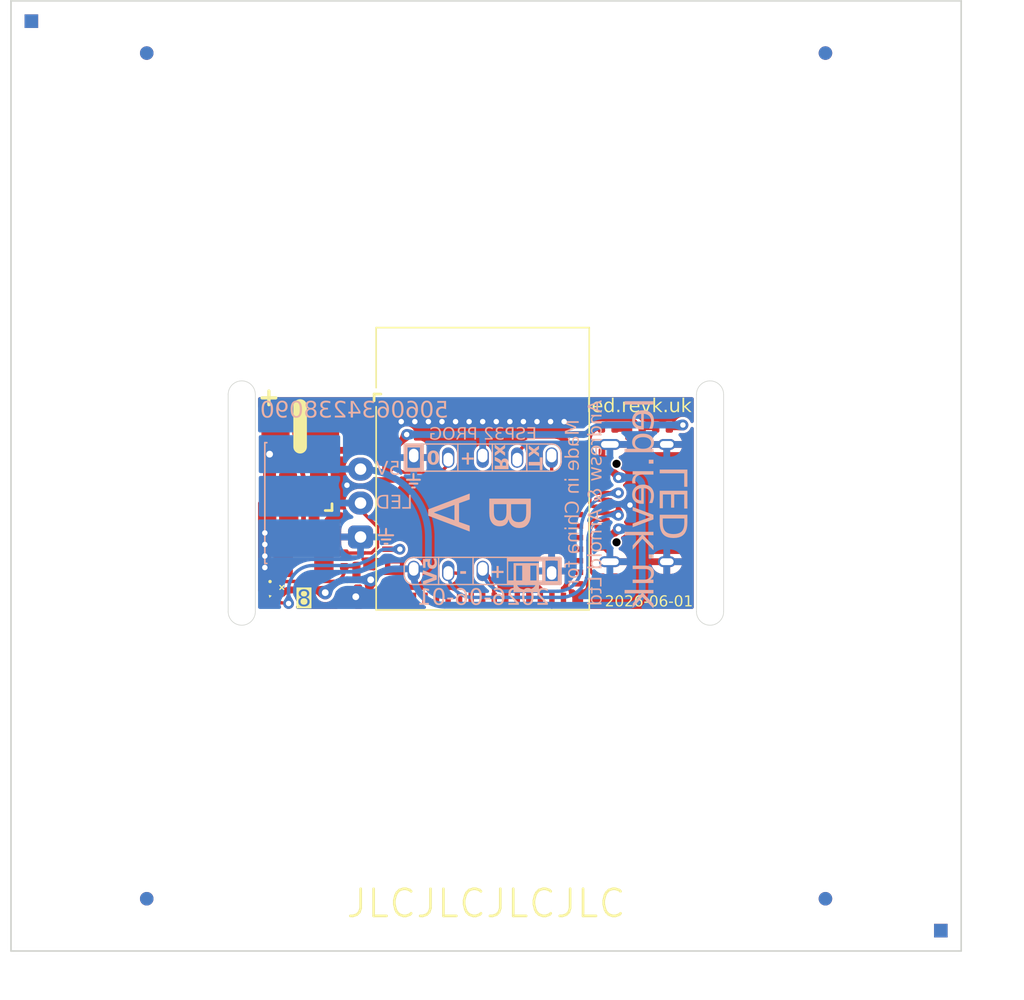
<source format=kicad_pcb>
(kicad_pcb (version 20240108) (generator "pcbnew") (generator_version "8.0")
  (title_block (title "PCB-LED") (rev "1") (company "Adrian Kennard, Andrews & Arnold Ltd"))
  (layers (0 "F.Cu" signal) (31 "B.Cu" signal) (34 "B.Paste" user) (35 "F.Paste" user) (36 "B.SilkS" user "B.Silkscreen") (37 "F.SilkS" user "F.Silkscreen") (38 "B.Mask" user) (39 "F.Mask" user) (44 "Edge.Cuts" user))
  (net 0 "")
  (net 1 "GND")
  (net 2 "+3V3")
  (net 3 "Net-(D1-O)")
  (net 4 "Net-(J1-Pin_2)")
  (net 5 "Net-(J5-CC1)")
  (net 7 "D+")
  (net 8 "D-")
  (net 10 "Net-(J5-CC2)")
  (net 12 "Net-(U6-EN)")
  (net 13 "Net-(J3-0)")
  (net 14 "Net-(J3-Rx)")
  (net 15 "Net-(J3-Tx)")
  (net 23 "LED")
  (net 30 "DC")
  (footprint "RevK:L_4x4_" (layer "F.Cu") (at 86.55 105.6)
    (property "Reference" "L2" (hide yes))
    (property "Value" "10uH")
  )
  (footprint "RevK:SOT-23" (layer "F.Cu") (at 90.45 108 90)
    (property "Reference" "D3" (hide yes))
    (property "Value" "BAV99")
    (pad "1" smd roundrect (at -0.9375 -0.95 90) (size 1.475 0.6) (layers "F.Cu" "F.Paste" "F.Mask") (net 1 "GND"))
    (pad "2" smd roundrect (at -0.9375 0.95 90) (size 1.475 0.6) (layers "F.Cu" "F.Paste" "F.Mask") (net 30 "DC"))
    (pad "3" smd roundrect (at 0.9375 0 90) (size 1.475 0.6) (layers "F.Cu" "F.Paste" "F.Mask") (net 3 "Net-(D1-O)"))
  )
  (footprint "RevK:R_0402_" (layer "F.Cu") (at 84.75 99.1)
    (property "Reference" "R15" (hide yes))
    (property "Value" "1M" (hide yes))
  )
  (footprint "RevK:C_0603_" (layer "F.Cu") (at 86.55 103)
    (property "Reference" "C12" (hide yes))
    (property "Value" "100nF")
  )
  (footprint "RevK:VCUT70N" (layer "F.Cu") (at 99.25 94)
    (property "Reference" "V1" (hide yes))
    (property "Value" "~")
    (zone (net 0) (net_name "") (layers "F.Cu" "Cmts.User") (connect_pads (clearance 0)) (min_thickness 0.25)
      (keepout (tracks not_allowed) (vias allowed) (pads allowed) (copperpour not_allowed) (footprints allowed))
      (fill (thermal_gap 0.5) (thermal_bridge_width 0.5))
      (polygon (pts (xy 134.25 94.2) (xy 134.25 93.8) (xy 64.25 93.8) (xy 64.25 94.2)))
    )
    (zone (net 0) (net_name "") (layers "B.Cu" "Cmts.User") (connect_pads (clearance 0)) (min_thickness 0.25)
      (keepout (tracks not_allowed) (vias allowed) (pads allowed) (copperpour not_allowed) (footprints allowed))
      (fill (thermal_gap 0.5) (thermal_bridge_width 0.5))
      (polygon (pts (xy 134.25 94.2) (xy 134.25 93.8) (xy 64.25 93.8) (xy 64.25 94.2)))
    )
  )
  (footprint "RevK:R_0402" (layer "F.Cu") (at 113 96.5 180)
    (property "Reference" "R2" (hide yes))
    (property "Value" "10K" (hide yes))
    (pad "1" smd roundrect (at -0.5 0 180) (size 0.54 0.64) (layers "F.Cu" "F.Paste" "F.Mask") (net 2 "+3V3"))
    (pad "2" smd roundrect (at 0.5 0 180) (size 0.54 0.64) (layers "F.Cu" "F.Paste" "F.Mask") (net 12 "Net-(U6-EN)"))
  )
  (footprint "RevK:CP_EIA-7343-31_Kemet-D" (layer "F.Cu") (at 87.6 96.35)
    (property "Reference" "C1" (hide yes))
    (property "Value" "C_Polarized")
    (pad "1" smd roundrect (at -3.1125 0) (size 2.075 2.55) (layers "F.Cu" "F.Paste" "F.Mask") (roundrect_rratio 0.120482) (net 2 "+3V3"))
    (pad "2" smd roundrect (at 3.1125 0) (size 2.075 2.55) (layers "F.Cu" "F.Paste" "F.Mask") (roundrect_rratio 0.120482) (net 1 "GND"))
  )
  (footprint "RevK:R_0402_" (layer "F.Cu") (at 88.350001 99.1)
    (property "Reference" "R14" (hide yes))
    (property "Value" "39k2" (hide yes))
  )
  (footprint "RevK:USB-C-Socket-H" (layer "F.Cu") (at 111 102 90)
    (property "Reference" "J5" (hide yes))
    (property "Value" "USB-C-Socket-H")
    (pad "" np_thru_hole circle (at -2.89 -1.39 90) (size 0.7 0.7) (drill 0.6) (layers "F.Mask"))
    (pad "" np_thru_hole circle (at 2.89 -1.39 90) (size 0.7 0.7) (drill 0.6) (layers "F.Mask"))
    (pad "A1" smd rect (at -3.2 -2.46 90) (size 0.6 1.14) (layers "F.Cu" "F.Paste" "F.Mask") (net 1 "GND"))
    (pad "A4" smd rect (at -2.4 -2.46 90) (size 0.6 1.14) (layers "F.Cu" "F.Paste" "F.Mask") (net 30 "DC"))
    (pad "A5" smd roundrect (at -1.25 -2.46 90) (size 0.3 1.14) (layers "F.Cu" "F.Paste" "F.Mask") (net 5 "Net-(J5-CC1)"))
    (pad "A6" smd roundrect (at -0.25 -2.46 90) (size 0.3 1.14) (layers "F.Cu" "F.Paste" "F.Mask") (net 7 "D+"))
    (pad "A7" smd roundrect (at 0.25 -2.46 90) (size 0.3 1.14) (layers "F.Cu" "F.Paste" "F.Mask") (net 8 "D-"))
    (pad "A8" smd roundrect (at 1.25 -2.46 90) (size 0.3 1.14) (layers "F.Cu" "F.Paste" "F.Mask"))
    (pad "A9" smd rect (at 2.4 -2.46 90) (size 0.6 1.14) (layers "F.Cu") (net 30 "DC"))
    (pad "A12" smd rect (at 3.2 -2.46 90) (size 0.6 1.14) (layers "F.Cu") (net 1 "GND"))
    (pad "B1" smd rect (at 3.2 -2.46 90) (size 0.6 1.14) (layers "F.Cu" "F.Paste" "F.Mask") (net 1 "GND"))
    (pad "B4" smd rect (at 2.4 -2.46 90) (size 0.6 1.14) (layers "F.Cu" "F.Paste" "F.Mask") (net 30 "DC"))
    (pad "B5" smd roundrect (at 1.75 -2.46 90) (size 0.3 1.14) (layers "F.Cu" "F.Paste" "F.Mask") (net 10 "Net-(J5-CC2)"))
    (pad "B6" smd roundrect (at 0.75 -2.46 90) (size 0.3 1.14) (layers "F.Cu" "F.Paste" "F.Mask") (net 7 "D+"))
    (pad "B7" smd roundrect (at -0.75 -2.46 90) (size 0.3 1.14) (layers "F.Cu" "F.Paste" "F.Mask") (net 8 "D-"))
    (pad "B8" smd roundrect (at -1.75 -2.46 90) (size 0.3 1.14) (layers "F.Cu" "F.Paste" "F.Mask"))
    (pad "B9" smd rect (at -2.4 -2.46 90) (size 0.6 1.14) (layers "F.Cu") (net 30 "DC"))
    (pad "B12" smd rect (at -3.2 -2.46 90) (size 0.6 1.14) (layers "F.Cu") (net 1 "GND"))
    (pad "S1" thru_hole oval (at -4.32 -1.88 90) (size 0.8 1.6) (drill oval 0.5 1.3) (layers "*.Cu" "F.Mask") (net 1 "GND"))
    (pad "S1" thru_hole oval (at -4.32 2.31 90) (size 0.8 1.3) (drill oval 0.5 1) (layers "*.Cu" "F.Mask") (net 1 "GND"))
    (pad "S1" smd rect (at 0 1.75 90) (size 7.5 4.8) (layers "F.Cu" "F.Mask") (net 1 "GND"))
    (pad "S1" thru_hole oval (at 4.32 -1.88 90) (size 0.8 1.6) (drill oval 0.5 1.3) (layers "*.Cu" "F.Mask") (net 1 "GND"))
    (pad "S1" thru_hole oval (at 4.32 2.31 90) (size 0.8 1.3) (drill oval 0.5 1) (layers "*.Cu" "F.Mask") (net 1 "GND"))
  )
  (footprint "RevK:R_0402_" (layer "F.Cu") (at 86.55 99.1)
    (property "Reference" "R4" (hide yes))
    (property "Value" "124k" (hide yes))
  )
  (footprint "RevK:SMD1010" (layer "F.Cu") (at 84.35 108.65 -45)
    (property "Reference" "D1" (hide yes))
    (property "Value" "XL-1010RGBC-WS2812B" (hide yes))
    (pad "1" smd roundrect (at -0.532 -0.532) (size 0.64 0.3) (layers "F.Cu" "F.Paste" "F.Mask") (roundrect_rratio 0) (chamfer_ratio 0.5) (chamfer top_left top_right) (net 3 "Net-(D1-O)"))
    (pad "1" smd roundrect (at -0.425 -0.425 315) (size 0.45 0.45) (layers "F.Cu" "F.Paste" "F.Mask") (roundrect_rratio 0) (chamfer_ratio 0.06) (chamfer top_left) (net 3 "Net-(D1-O)"))
    (pad "2" smd rect (at 0.425 -0.425 315) (size 0.48 0.48) (layers "F.Cu" "F.Paste" "F.Mask") (net 30 "DC"))
    (pad "3" smd rect (at -0.425 0.425 315) (size 0.48 0.48) (layers "F.Cu" "F.Paste" "F.Mask") (net 1 "GND"))
    (pad "4" smd roundrect (at 0.425 0.425 135) (size 0.45 0.45) (layers "F.Cu" "F.Paste" "F.Mask") (roundrect_rratio 0) (chamfer_ratio 0.06) (chamfer top_left) (net 23 "LED"))
    (pad "4" smd roundrect (at 0.532 0.532 180) (size 0.64 0.3) (layers "F.Cu" "F.Paste" "F.Mask") (roundrect_rratio 0) (chamfer_ratio 0.5) (chamfer top_left top_right) (net 23 "LED"))
  )
  (footprint "RevK:C_0402" (layer "F.Cu") (at 111 96.5 180)
    (property "Reference" "C9" (hide yes))
    (property "Value" "1uF" (hide yes))
    (pad "1" smd roundrect (at -0.5 0 180) (size 0.54 0.64) (layers "F.Cu" "F.Paste" "F.Mask") (roundrect_rratio 0.28) (net 12 "Net-(U6-EN)"))
    (pad "2" smd roundrect (at 0.5 0 180) (size 0.54 0.64) (layers "F.Cu" "F.Paste" "F.Mask") (roundrect_rratio 0.28) (net 1 "GND"))
  )
  (footprint "RevK:VCUT70N" (layer "F.Cu") (at 99.25 110 180)
    (property "Reference" "V2" (hide yes))
    (property "Value" "~")
    (zone (net 0) (net_name "") (layers "F.Cu" "Cmts.User") (connect_pads (clearance 0)) (min_thickness 0.25)
      (keepout (tracks not_allowed) (vias allowed) (pads allowed) (copperpour not_allowed) (footprints allowed))
      (fill (thermal_gap 0.5) (thermal_bridge_width 0.5))
      (polygon (pts (xy 64.25 109.8) (xy 64.25 110.2) (xy 134.25 110.2) (xy 134.25 109.8)))
    )
    (zone (net 0) (net_name "") (layers "B.Cu" "Cmts.User") (connect_pads (clearance 0)) (min_thickness 0.25)
      (keepout (tracks not_allowed) (vias allowed) (pads allowed) (copperpour not_allowed) (footprints allowed))
      (fill (thermal_gap 0.5) (thermal_bridge_width 0.5))
      (polygon (pts (xy 64.25 109.8) (xy 64.25 110.2) (xy 134.25 110.2) (xy 134.25 109.8)))
    )
  )
  (footprint "RevK:PCB7070" (layer "F.Cu") (at 100 100)
    (property "Reference" "PCB1" (hide yes))
    (property "Value" "70x70")
    (fp_rect (start -34 -34) (end -33 -33) (fill solid) (layer "F.Cu"))
    (fp_rect (start 33 33) (end 34 34) (fill solid) (layer "F.Cu"))
    (fp_rect (start -34 -34) (end -33 -33) (fill solid) (layer "B.Cu"))
    (fp_rect (start 33 33) (end 34 34) (fill solid) (layer "B.Cu"))
    (fp_line (start -35 -35) (end 35 -35) (stroke (width 0.12)) (layer "Edge.Cuts"))
    (fp_line (start -35 35) (end -35 -35) (stroke (width 0.12)) (layer "Edge.Cuts"))
    (fp_line (start 35 -35) (end 35 35) (stroke (width 0.12)) (layer "Edge.Cuts"))
    (fp_line (start 35 35) (end -35 35) (stroke (width 0.12)) (layer "Edge.Cuts"))
    (fp_text user "JLCJLCJLCJLC" (at 0 31.5 0) (layer "F.SilkS") (effects (font (size 2 2) (thickness 0.2))))
    (pad "" np_thru_hole circle (at -33 33) (size 1.1 1.1) (drill 1.1) (layers "F&B.Cu" "*.Mask") (clearance 0.1))
    (pad "" np_thru_hole circle (at -30 -30) (size 2 2) (drill 2) (layers "F&B.Cu" "*.Mask") (clearance 0.1))
    (pad "" np_thru_hole circle (at -30 30) (size 2 2) (drill 2) (layers "F&B.Cu" "*.Mask") (clearance 0.1))
    (pad "" smd circle (at -25 -31.15) (size 1 1) (property pad_prop_fiducial_loc) (layers "F.Cu" "F.Mask") (clearance 0.5))
    (pad "" smd circle (at -25 -31.15) (size 1 1) (property pad_prop_fiducial_loc) (layers "B.Cu" "B.Mask") (clearance 0.5))
    (pad "" smd circle (at -25 31.15) (size 1 1) (property pad_prop_fiducial_loc) (layers "F.Cu" "F.Mask") (clearance 0.5))
    (pad "" smd circle (at -25 31.15) (size 1 1) (property pad_prop_fiducial_loc) (layers "B.Cu" "B.Mask") (clearance 0.5))
    (pad "" smd circle (at 25 -31.15) (size 1 1) (property pad_prop_fiducial_loc) (layers "F.Cu" "F.Mask") (clearance 0.5))
    (pad "" smd circle (at 25 -31.15) (size 1 1) (property pad_prop_fiducial_loc) (layers "B.Cu" "B.Mask") (clearance 0.5))
    (pad "" smd circle (at 25 31.15) (size 1 1) (property pad_prop_fiducial_loc) (layers "F.Cu" "F.Mask") (clearance 0.5))
    (pad "" smd circle (at 25 31.15) (size 1 1) (property pad_prop_fiducial_loc) (layers "B.Cu" "B.Mask") (clearance 0.5))
    (pad "" np_thru_hole circle (at 30 -30) (size 2 2) (drill 2) (layers "F&B.Cu" "*.Mask") (clearance 0.1))
    (pad "" np_thru_hole circle (at 30 30) (size 2 2) (drill 2) (layers "F&B.Cu" "*.Mask") (clearance 0.1))
    (pad "" np_thru_hole circle (at 33 -33) (size 1.1 1.1) (drill 1.1) (layers "F&B.Cu" "*.Mask") (clearance 0.1))
  )
  (footprint "RevK:SOT-23-6-MD8942" (layer "F.Cu") (at 86.55 101)
    (property "Reference" "U7" (hide yes))
    (property "Value" "MD8942")
    (pad "1" smd rect (at 0.7625 1.5) (size 0.525 0.8) (layers "F.Cu"))
    (pad "1" smd roundrect (at 0.775 2) (size 0.8 0.95) (layers "F.Cu" "F.Paste" "F.Mask"))
    (pad "1" smd roundrect (at 1.1375 0.95) (size 1.325 0.6) (layers "F.Cu" "F.Paste" "F.Mask"))
    (pad "2" smd roundrect (at 1.1375 0) (size 1.325 0.6) (layers "F.Cu" "F.Paste" "F.Mask") (net 1 "GND"))
    (pad "2" smd rect (at 1.8 0) (size 0.8 0.6) (layers "F.Cu") (net 1 "GND"))
    (pad "2" smd roundrect (at 2.300001 -1.9) (size 0.54 0.64) (layers "F.Cu" "F.Paste" "F.Mask") (net 1 "GND"))
    (pad "2" smd roundrect (at 2.5 -0.72) (size 0.95 3) (layers "F.Cu") (net 1 "GND"))
    (pad "2" smd roundrect (at 2.5 0.525) (size 0.95 0.8) (layers "F.Cu" "F.Paste" "F.Mask") (net 1 "GND"))
    (pad "3" smd roundrect (at 0.5 -1.9) (size 0.54 0.64) (layers "F.Cu" "F.Paste" "F.Mask"))
    (pad "3" smd rect (at 0.625 -1.355) (size 0.29 0.89) (layers "F.Cu"))
    (pad "3" smd roundrect (at 1.1375 -0.95) (size 1.325 0.6) (layers "F.Cu" "F.Paste" "F.Mask"))
    (pad "3" smd rect (at 1.3 -1.45) (size 0.54 1) (layers "F.Cu"))
    (pad "3" smd roundrect (at 1.300001 -1.9) (size 0.54 0.64) (layers "F.Cu" "F.Paste" "F.Mask"))
    (pad "4" smd roundrect (at -1.3 -1.9) (size 0.54 0.64) (layers "F.Cu" "F.Paste" "F.Mask"))
    (pad "4" smd rect (at -1.3 -1.42) (size 0.54 1) (layers "F.Cu"))
    (pad "4" smd roundrect (at -1.1375 -0.95) (size 1.325 0.6) (layers "F.Cu" "F.Paste" "F.Mask"))
    (pad "5" smd roundrect (at -2.5 -0.72) (size 0.95 3) (layers "F.Cu") (net 30 "DC"))
    (pad "5" smd roundrect (at -2.5 0.525) (size 0.95 0.8) (layers "F.Cu" "F.Paste" "F.Mask") (net 30 "DC"))
    (pad "5" smd roundrect (at -2.3 -1.9) (size 0.54 0.64) (layers "F.Cu" "F.Paste" "F.Mask") (net 30 "DC"))
    (pad "5" smd rect (at -1.8 0) (size 0.8 0.6) (layers "F.Cu") (net 30 "DC"))
    (pad "5" smd roundrect (at -1.1375 0) (size 1.325 0.6) (layers "F.Cu" "F.Paste" "F.Mask") (net 30 "DC"))
    (pad "6" smd rect (at -1.5 4.6) (size 1.425 3.7) (layers "F.Cu" "F.Mask"))
    (pad "6" smd rect (at -1.3 1.975) (size 1 2) (layers "F.Cu"))
    (pad "6" smd roundrect (at -1.1375 0.95) (size 1.325 0.6) (layers "F.Cu" "F.Paste" "F.Mask"))
    (pad "6" smd roundrect (at -0.775 2) (size 0.8 0.95) (layers "F.Cu" "F.Paste" "F.Mask"))
    (pad "7" smd roundrect (at -2.69375 4.2) (size 0.5625 4.5) (layers "F.Cu") (net 1 "GND"))
    (pad "7" smd roundrect (at -2.5 2.075) (size 0.95 0.8) (layers "F.Cu" "F.Paste" "F.Mask") (net 1 "GND"))
    (pad "8" smd roundrect (at -0.5 -1.9) (size 0.54 0.64) (layers "F.Cu" "F.Paste" "F.Mask") (net 2 "+3V3"))
    (pad "8" smd custom (at 0 0.8) (size 0.35 3) (layers "F.Cu") (net 2 "+3V3") (options (clearance outline) (anchor rect)) (primitives (gr_arc (start -0.5 -2.71) (mid -0.129059 -2.154847) (end 0.001198 -1.5) (width 0.35)) (gr_arc (start 1.5 3) (mid 0.43934 2.56066) (end 0 1.5) (width 0.35))))
    (pad "8" smd rect (at 1.5 4.6) (size 1.425 3.7) (layers "F.Cu" "F.Mask") (net 2 "+3V3"))
    (pad "8" smd custom (at 1.8 3.6) (size 0.7 2) (layers "F.Cu") (net 2 "+3V3") (options (clearance outline) (anchor rect)) (primitives (gr_arc (start 0 -1) (mid 0.146447 -1.353553) (end 0.5 -1.5) (width 0.7))))
    (pad "8" smd roundrect (at 2.5 2.075) (size 0.95 0.8) (layers "F.Cu" "F.Paste" "F.Mask") (net 2 "+3V3"))
  )
  (footprint "RevK:R_0402" (layer "F.Cu") (at 89.55 106.185 -90)
    (property "Reference" "R7" (hide yes))
    (property "Value" "100R" (hide yes))
    (pad "1" smd roundrect (at -0.5 0 270) (size 0.54 0.64) (layers "F.Cu" "F.Paste" "F.Mask") (net 4 "Net-(J1-Pin_2)"))
    (pad "2" smd roundrect (at 0.5 0 270) (size 0.54 0.64) (layers "F.Cu" "F.Paste" "F.Mask") (net 3 "Net-(D1-O)"))
  )
  (footprint "RevK:R_0402" (layer "F.Cu") (at 109 107.5)
    (property "Reference" "R5" (hide yes))
    (property "Value" "5K1" (hide yes))
    (pad "1" smd roundrect (at -0.5 0) (size 0.54 0.64) (layers "F.Cu" "F.Paste" "F.Mask") (net 5 "Net-(J5-CC1)"))
    (pad "2" smd roundrect (at 0.5 0) (size 0.54 0.64) (layers "F.Cu" "F.Paste" "F.Mask") (net 1 "GND"))
  )
  (footprint "RevK:C_0603_" (layer "F.Cu") (at 84.05 102.3 90)
    (property "Reference" "C10" (hide yes))
    (property "Value" "10uF 50V")
  )
  (footprint "RevK:R_0402" (layer "F.Cu") (at 109 96.5 180)
    (property "Reference" "R6" (hide yes))
    (property "Value" "5K1" (hide yes))
    (pad "1" smd roundrect (at -0.5 0 180) (size 0.54 0.64) (layers "F.Cu" "F.Paste" "F.Mask") (net 1 "GND"))
    (pad "2" smd roundrect (at 0.5 0 180) (size 0.54 0.64) (layers "F.Cu" "F.Paste" "F.Mask") (net 10 "Net-(J5-CC2)"))
  )
  (footprint "RevK:C_0603_" (layer "F.Cu") (at 89.05 102.3 90)
    (property "Reference" "C11" (hide yes))
    (property "Value" "10uF 6.3V")
  )
  (footprint "RevK:ESP32-S3-MINI-1" (layer "F.Cu") (at 99.75 102)
    (property "Reference" "U6" (hide yes))
    (property "Value" "ESP32-S3-MINI-1" (hide yes))
    (pad "1" smd rect (at -7 -5.95 90) (size 0.4 0.8) (layers "F.Cu" "F.Paste" "F.Mask") (net 1 "GND"))
    (pad "2" smd rect (at -7 -5.1 90) (size 0.4 0.8) (layers "F.Cu" "F.Paste" "F.Mask") (net 1 "GND"))
    (pad "3" smd rect (at -7 -4.25 90) (size 0.4 0.8) (layers "F.Cu" "F.Paste" "F.Mask") (net 2 "+3V3"))
    (pad "4" smd rect (at -7 -3.4 90) (size 0.4 0.8) (layers "F.Cu" "F.Paste" "F.Mask") (net 13 "Net-(J3-0)"))
    (pad "5" smd rect (at -7 -2.55 90) (size 0.4 0.8) (layers "F.Cu" "F.Paste" "F.Mask") (net 1 "GND"))
    (pad "6" smd rect (at -7 -1.7 90) (size 0.4 0.8) (layers "F.Cu" "F.Paste" "F.Mask") (net 1 "GND"))
    (pad "7" smd rect (at -7 -0.85 90) (size 0.4 0.8) (layers "F.Cu" "F.Paste" "F.Mask"))
    (pad "8" smd rect (at -7 0 90) (size 0.4 0.8) (layers "F.Cu" "F.Paste" "F.Mask") (net 1 "GND"))
    (pad "9" smd rect (at -7 0.85 90) (size 0.4 0.8) (layers "F.Cu" "F.Paste" "F.Mask") (net 1 "GND"))
    (pad "10" smd rect (at -7 1.7 90) (size 0.4 0.8) (layers "F.Cu" "F.Paste" "F.Mask") (net 1 "GND"))
    (pad "11" smd rect (at -7 2.55 90) (size 0.4 0.8) (layers "F.Cu" "F.Paste" "F.Mask") (net 1 "GND"))
    (pad "12" smd rect (at -7 3.4 90) (size 0.4 0.8) (layers "F.Cu" "F.Paste" "F.Mask") (net 23 "LED"))
    (pad "13" smd rect (at -7 4.25 90) (size 0.4 0.8) (layers "F.Cu" "F.Paste" "F.Mask") (net 1 "GND"))
    (pad "14" smd rect (at -7 5.1 90) (size 0.4 0.8) (layers "F.Cu" "F.Paste" "F.Mask") (net 1 "GND"))
    (pad "15" smd rect (at -7 5.95 90) (size 0.4 0.8) (layers "F.Cu" "F.Paste" "F.Mask"))
    (pad "16" smd rect (at -5.95 7) (size 0.4 0.8) (layers "F.Cu" "F.Paste" "F.Mask"))
    (pad "17" smd rect (at -5.1 7) (size 0.4 0.8) (layers "F.Cu" "F.Paste" "F.Mask"))
    (pad "18" smd rect (at -4.25 7) (size 0.4 0.8) (layers "F.Cu" "F.Paste" "F.Mask"))
    (pad "19" smd rect (at -3.4 7) (size 0.4 0.8) (layers "F.Cu" "F.Paste" "F.Mask"))
    (pad "20" smd rect (at -2.55 7) (size 0.4 0.8) (layers "F.Cu" "F.Paste" "F.Mask"))
    (pad "21" smd rect (at -1.7 7) (size 0.4 0.8) (layers "F.Cu" "F.Paste" "F.Mask"))
    (pad "22" smd rect (at -0.85 7) (size 0.4 0.8) (layers "F.Cu" "F.Paste" "F.Mask"))
    (pad "23" smd rect (at 0 7) (size 0.4 0.8) (layers "F.Cu" "F.Paste" "F.Mask") (net 8 "D-"))
    (pad "24" smd rect (at 0.85 7) (size 0.4 0.8) (layers "F.Cu" "F.Paste" "F.Mask") (net 7 "D+"))
    (pad "25" smd rect (at 1.7 7) (size 0.4 0.8) (layers "F.Cu" "F.Paste" "F.Mask"))
    (pad "26" smd rect (at 2.55 7) (size 0.4 0.8) (layers "F.Cu" "F.Paste" "F.Mask"))
    (pad "27" smd rect (at 3.4 7) (size 0.4 0.8) (layers "F.Cu" "F.Paste" "F.Mask"))
    (pad "28" smd rect (at 4.25 7) (size 0.4 0.8) (layers "F.Cu" "F.Paste" "F.Mask"))
    (pad "29" smd rect (at 5.1 7) (size 0.4 0.8) (layers "F.Cu" "F.Paste" "F.Mask"))
    (pad "30" smd rect (at 5.95 7) (size 0.4 0.8) (layers "F.Cu" "F.Paste" "F.Mask"))
    (pad "31" smd rect (at 7 5.95 90) (size 0.4 0.8) (layers "F.Cu" "F.Paste" "F.Mask"))
    (pad "32" smd rect (at 7 5.1 90) (size 0.4 0.8) (layers "F.Cu" "F.Paste" "F.Mask"))
    (pad "33" smd rect (at 7 4.25 90) (size 0.4 0.8) (layers "F.Cu" "F.Paste" "F.Mask"))
    (pad "34" smd rect (at 7 3.4 90) (size 0.4 0.8) (layers "F.Cu" "F.Paste" "F.Mask"))
    (pad "35" smd rect (at 7 2.55 90) (size 0.4 0.8) (layers "F.Cu" "F.Paste" "F.Mask"))
    (pad "36" smd rect (at 7 1.7 90) (size 0.4 0.8) (layers "F.Cu" "F.Paste" "F.Mask"))
    (pad "37" smd rect (at 7 0.85 90) (size 0.4 0.8) (layers "F.Cu" "F.Paste" "F.Mask"))
    (pad "38" smd rect (at 7 0 90) (size 0.4 0.8) (layers "F.Cu" "F.Paste" "F.Mask"))
    (pad "39" smd rect (at 7 -0.85 90) (size 0.4 0.8) (layers "F.Cu" "F.Paste" "F.Mask") (net 15 "Net-(J3-Tx)"))
    (pad "40" smd rect (at 7 -1.7 90) (size 0.4 0.8) (layers "F.Cu" "F.Paste" "F.Mask") (net 14 "Net-(J3-Rx)"))
    (pad "41" smd rect (at 7 -2.55 90) (size 0.4 0.8) (layers "F.Cu" "F.Paste" "F.Mask"))
    (pad "42" smd rect (at 7 -3.4 90) (size 0.4 0.8) (layers "F.Cu" "F.Paste" "F.Mask") (net 1 "GND"))
    (pad "43" smd rect (at 7 -4.25 90) (size 0.4 0.8) (layers "F.Cu" "F.Paste" "F.Mask") (net 1 "GND"))
    (pad "44" smd rect (at 7 -5.1 90) (size 0.4 0.8) (layers "F.Cu" "F.Paste" "F.Mask"))
    (pad "45" smd rect (at 7 -5.95 90) (size 0.4 0.8) (layers "F.Cu" "F.Paste" "F.Mask") (net 12 "Net-(U6-EN)"))
    (pad "46" smd rect (at 5.95 -7) (size 0.4 0.8) (layers "F.Cu" "F.Paste" "F.Mask") (net 1 "GND"))
    (pad "47" smd rect (at 5.1 -7) (size 0.4 0.8) (layers "F.Cu" "F.Paste" "F.Mask") (net 1 "GND"))
    (pad "48" smd rect (at 4.25 -7) (size 0.4 0.8) (layers "F.Cu" "F.Paste" "F.Mask") (net 1 "GND"))
    (pad "49" smd rect (at 3.4 -7) (size 0.4 0.8) (layers "F.Cu" "F.Paste" "F.Mask") (net 1 "GND"))
    (pad "50" smd rect (at 2.55 -7) (size 0.4 0.8) (layers "F.Cu" "F.Paste" "F.Mask") (net 1 "GND"))
    (pad "51" smd rect (at 1.7 -7) (size 0.4 0.8) (layers "F.Cu" "F.Paste" "F.Mask") (net 1 "GND"))
    (pad "52" smd rect (at 0.85 -7) (size 0.4 0.8) (layers "F.Cu" "F.Paste" "F.Mask") (net 1 "GND"))
    (pad "53" smd rect (at 0 -7) (size 0.4 0.8) (layers "F.Cu" "F.Paste" "F.Mask") (net 1 "GND"))
    (pad "54" smd rect (at -0.85 -7) (size 0.4 0.8) (layers "F.Cu" "F.Paste" "F.Mask") (net 1 "GND"))
    (pad "55" smd rect (at -1.7 -7) (size 0.4 0.8) (layers "F.Cu" "F.Paste" "F.Mask") (net 1 "GND"))
    (pad "56" smd rect (at -2.55 -7) (size 0.4 0.8) (layers "F.Cu" "F.Paste" "F.Mask") (net 1 "GND"))
    (pad "57" smd rect (at -3.4 -7) (size 0.4 0.8) (layers "F.Cu" "F.Paste" "F.Mask") (net 1 "GND"))
    (pad "58" smd rect (at -4.25 -7) (size 0.4 0.8) (layers "F.Cu" "F.Paste" "F.Mask") (net 1 "GND"))
    (pad "59" smd rect (at -5.1 -7) (size 0.4 0.8) (layers "F.Cu" "F.Paste" "F.Mask") (net 1 "GND"))
    (pad "60" smd rect (at -5.95 -7) (size 0.4 0.8) (layers "F.Cu" "F.Paste" "F.Mask") (net 1 "GND"))
    (pad "61" smd roundrect (at -1.65 -1.65) (size 1.2 1.2) (layers "F.Cu" "F.Paste" "F.Mask") (roundrect_rratio 0) (chamfer_ratio 0.5) (chamfer top_left) (net 1 "GND"))
    (pad "61" smd rect (at -1.65 0 90) (size 1.2 1.2) (layers "F.Cu" "F.Paste" "F.Mask") (net 1 "GND"))
    (pad "61" smd rect (at -1.65 1.65 90) (size 1.2 1.2) (layers "F.Cu" "F.Paste" "F.Mask") (net 1 "GND"))
    (pad "61" smd rect (at 0 -1.65) (size 1.2 1.2) (layers "F.Cu" "F.Paste" "F.Mask") (net 1 "GND"))
    (pad "61" smd rect (at 0 0) (size 1.2 1.2) (layers "F.Cu" "F.Paste" "F.Mask") (net 1 "GND"))
    (pad "61" smd rect (at 0 1.65) (size 1.2 1.2) (layers "F.Cu" "F.Paste" "F.Mask") (net 1 "GND"))
    (pad "61" smd rect (at 1.65 -1.65) (size 1.2 1.2) (layers "F.Cu" "F.Paste" "F.Mask") (net 1 "GND"))
    (pad "61" smd rect (at 1.65 0) (size 1.2 1.2) (layers "F.Cu" "F.Paste" "F.Mask") (net 1 "GND"))
    (pad "61" smd rect (at 1.65 1.65) (size 1.2 1.2) (layers "F.Cu" "F.Paste" "F.Mask") (net 1 "GND"))
    (pad "62" smd rect (at -7 -7) (size 0.8 0.8) (layers "F.Cu" "F.Paste" "F.Mask") (net 1 "GND"))
    (pad "63" smd rect (at -7 7) (size 0.8 0.8) (layers "F.Cu" "F.Paste" "F.Mask") (net 1 "GND"))
    (pad "64" smd rect (at 7 7) (size 0.8 0.8) (layers "F.Cu" "F.Paste" "F.Mask") (net 1 "GND"))
    (pad "65" smd rect (at 7 -7) (size 0.8 0.8) (layers "F.Cu" "F.Paste" "F.Mask") (net 1 "GND"))
    (zone (net 0) (net_name "") (layers "F.Cu" "In1.Cu" "In2.Cu" "In3.Cu" "In4.Cu" "In5.Cu" "In6.Cu" "In7.Cu" "In8.Cu" "In9.Cu" "In10.Cu" "In11.Cu" "In12.Cu" "In13.Cu" "In14.Cu" "In15.Cu" "In16.Cu" "In17.Cu" "In18.Cu" "In19.Cu" "In20.Cu" "In21.Cu" "In22.Cu" "In23.Cu" "In24.Cu" "In25.Cu" "In26.Cu" "In27.Cu" "In28.Cu" "In29.Cu" "In30.Cu") (connect_pads (clearance 0)) (min_thickness 0.01)
      (keepout (tracks not_allowed) (vias not_allowed) (pads not_allowed) (copperpour not_allowed) (footprints not_allowed))
      (fill (thermal_gap 0.508) (thermal_bridge_width 0.508))
      (polygon (pts (xy 92.05 89.225) (xy 107.45 89.225) (xy 107.45 94.275) (xy 92.05 94.275)))
    )
    (zone (net 0) (net_name "") (layer "B.Cu") (connect_pads (clearance 0)) (min_thickness 0.01)
      (keepout (tracks not_allowed) (vias not_allowed) (pads not_allowed) (copperpour not_allowed) (footprints not_allowed))
      (fill (thermal_gap 0.508) (thermal_bridge_width 0.508))
      (polygon (pts (xy 92.05 89.15) (xy 107.45 89.15) (xy 107.45 93.8) (xy 92.05 93.8)))
    )
  )
  (footprint "RevK:USB-PROG" (layer "B.Cu") (at 99.75 107)
    (property "Reference" "J4" (hide yes))
    (property "Value" "USB-PROG" (hide yes))
    (fp_text user "+" (at 1.1 0.1 0) (layer "B.SilkS") (effects (font (thickness 0.1) (bold yes)) (justify mirror)))
    (fp_text user "-" (at -1.44 0.1 0) (layer "B.SilkS") (effects (font (thickness 0.1) (bold yes)) (justify mirror)))
    (fp_text user "5V" (at -3.8 0 90) (layer "B.SilkS") (effects (font (thickness 0.1) (bold yes)) (justify mirror)))
    (fp_text user "U" (at 3.21 0.64 0) (layer "B.SilkS" knockout) (effects (font (size 1.7 1.7) (thickness 0.25) (bold yes)) (justify mirror)))
    (pad "1" thru_hole oval (at -5.08 -0.15 270) (size 1.5 0.9) (drill oval 1 0.7 (offset 0.15 0)) (layers "*.Cu" "*.Mask") (net 30 "DC"))
    (pad "2" thru_hole oval (at -2.54 0.15 270) (size 1.5 0.9) (drill oval 1 0.7 (offset -0.15 0)) (layers "*.Cu" "*.Mask") (net 8 "D-"))
    (pad "3" thru_hole oval (at 0 -0.15 270) (size 1.5 0.9) (drill oval 1 0.7 (offset 0.15 0)) (layers "*.Cu" "*.Mask") (net 7 "D+"))
    (pad "4" thru_hole rect (at 5.08 0.15 90) (size 1.5 0.9) (drill oval 1 0.7 (offset 0.15 0)) (layers "*.Cu" "*.Mask") (net 1 "GND"))
  )
  (footprint "RevK:PTSM-HH-3-RA" (layer "B.Cu") (at 90.75 102 90)
    (property "Reference" "J1" (hide yes))
    (property "Value" "Conn_01x03")
    (pad "1" thru_hole roundrect (at -2.5 0 90) (size 1.7 1.85) (drill 0.85) (layers "*.Cu" "*.Mask") (net 1 "GND"))
    (pad "2" thru_hole oval (at 0 0 90) (size 1.7 1.85) (drill 0.85) (layers "*.Cu" "*.Mask") (net 4 "Net-(J1-Pin_2)"))
    (pad "3" thru_hole oval (at 2.5 0 90) (size 1.7 1.85) (drill 0.85) (layers "*.Cu" "*.Mask") (net 30 "DC"))
  )
  (footprint "RevK:Shelly" (layer "B.Cu") (at 99.75 98.65 180)
    (property "Reference" "J3" (hide yes))
    (property "Value" "Shelly" (hide yes))
    (fp_text user "Rx" (at -1.3 0 -90) (layer "B.SilkS") (effects (font (thickness 0.1) (bold yes)) (justify mirror)))
    (fp_text user "+" (at 1.0975 -0.1 0) (layer "B.SilkS") (effects (font (thickness 0.1) (bold yes)) (justify mirror)))
    (fp_text user "Tx" (at -3.8 0 -90) (layer "B.SilkS") (effects (font (thickness 0.1) (bold yes)) (justify mirror)))
    (fp_text user "ESP32 PROG" (at -0.01 1.7 0) (layer "B.SilkS") (effects (font (size 0.9 0.9) (thickness 0.1)) (justify mirror)))
    (fp_text user "⏚" (at 5.1 -1.75 0) (layer "B.SilkS") (effects (justify mirror)))
    (fp_text user "0" (at 3.6375 -0.1 0) (layer "B.SilkS") (effects (font (thickness 0.1) (bold yes)) (justify mirror)))
    (pad "1" thru_hole rect (at 5.08 0.15 270) (size 1.5 0.9) (drill oval 1 0.7 (offset 0.15 0)) (layers "*.Cu" "*.Mask") (net 1 "GND"))
    (pad "2" thru_hole oval (at 2.54 -0.15 270) (size 1.5 0.9) (drill oval 1 0.7 (offset -0.15 0)) (layers "*.Cu" "*.Mask") (net 13 "Net-(J3-0)"))
    (pad "3" thru_hole oval (at 0 0.15 270) (size 1.5 0.9) (drill oval 1 0.7 (offset 0.15 0)) (layers "*.Cu" "*.Mask") (net 2 "+3V3"))
    (pad "4" thru_hole oval (at -2.54 -0.15 270) (size 1.5 0.9) (drill oval 1 0.7 (offset -0.15 0)) (layers "*.Cu" "*.Mask") (net 14 "Net-(J3-Rx)"))
    (pad "5" thru_hole oval (at -5.08 0.15 270) (size 1.5 0.9) (drill oval 1 0.7 (offset 0.15 0)) (layers "*.Cu" "*.Mask") (net 15 "Net-(J3-Tx)"))
  )
  (gr_arc (start 117.5 110) (mid 116.5 111) (end 115.5 110) (stroke (width 0.05)) (layer "Edge.Cuts"))
  (gr_arc (start 83 110) (mid 82 111) (end 81 110) (stroke (width 0.05)) (layer "Edge.Cuts"))
  (gr_arc (start 81 94) (mid 82 93) (end 83 94) (stroke (width 0.05)) (layer "Edge.Cuts"))
  (gr_arc (start 115.5 94) (mid 116.5 93) (end 117.5 94) (stroke (width 0.05)) (layer "Edge.Cuts"))
  (gr_line (start 115.5 94) (end 115.5 110) (stroke (width 0.05)) (layer "Edge.Cuts"))
  (gr_line (start 117.5 110) (end 117.5 94) (stroke (width 0.05)) (layer "Edge.Cuts"))
  (gr_line (start 83 110) (end 83 94) (stroke (width 0.05)) (layer "Edge.Cuts"))
  (gr_line (start 81 94) (end 81 110) (stroke (width 0.05)) (layer "Edge.Cuts"))
  (gr_text "Made in China for\nAndresw & Arnold Ltd" (at 107.25 102 90) (layer "B.SilkS") (effects (font (size 1 1)) (justify mirror)))
  (gr_text "A" (at 97.55 102.7 90) (layer "B.SilkS") (effects (font (size 3 3)) (justify mirror)))
  (gr_text "B" (at 102.05 102.7 90) (layer "B.SilkS") (effects (font (size 3 3)) (justify mirror)))
  (gr_text "⏚" (at 91.85 104.5 0) (layer "B.SilkS") (effects (font (size 1.1 1.1)) (justify right mirror)))
  (gr_text "${CURRENT_DATE}" (at 99.8 109.7 0) (layer "B.SilkS") (effects (font (size 1.2 1.2)) (justify bottom mirror)))
  (gr_text "5060634238090" (at 83.35 94.5 0) (layer "B.SilkS") (effects (font (size 1.2 1.2)) (justify right top mirror)))
  (gr_text "led.revk.uk" (at 111.5 102 90) (layer "B.SilkS") (effects (font (size 2 2)) (justify mirror)))
  (gr_text "LED" (at 114 102 90) (layer "B.SilkS") (effects (font (size 2 2)) (justify mirror)))
  (gr_text "5V" (at 91.85 99.5 0) (layer "B.SilkS") (effects (font (size 1 1)) (justify right mirror)))
  (gr_text "LED" (at 91.85 102 0) (layer "B.SilkS") (effects (font (size 1 1)) (justify right mirror)))
  (gr_text "8" (at 86.05 109.8 0) (layer "F.SilkS" knockout) (effects (font (size 1.2 1.2)) (justify left bottom)))
  (gr_text "${CURRENT_DATE}" (at 115.25 109.75 0) (layer "F.SilkS") (effects (font (size 0.8 0.8)) (justify right bottom)))
  (gr_text "led.revk.uk" (at 115.15 94.3 0) (layer "F.SilkS") (effects (font (size 1 1)) (justify right top)))
  (segment (start 92.75 96.05) (end 91.436764 96.05) (width 0.5) (layer "F.Cu") (net 1))
  (segment (start 109.12 105.78) (end 108.54 105.2) (width 0.25) (layer "F.Cu") (net 1))
  (segment (start 89.455806 109.044194) (end 88.95 109.55) (width 0.5) (layer "F.Cu") (net 1))
  (segment (start 92.75 96.9) (end 92.040317 96.9) (width 0.5) (layer "F.Cu") (net 1))
  (segment (start 83.626777 106.823224) (end 83.7 106.75) (width 0.5) (layer "F.Cu") (net 1))
  (segment (start 83.45 108.4) (end 83.45 107.25) (width 0.5) (layer "F.Cu") (net 1))
  (segment (start 88.95 109.55) (end 87.374264 109.55) (width 0.5) (layer "F.Cu") (net 1))
  (segment (start 83.7 105.05) (end 83.85625 105.185) (width 0.5) (layer "F.Cu") (net 1))
  (segment (start 105.75 96.75) (end 105.75 96) (width 0.25) (layer "F.Cu") (net 1))
  (segment (start 109.12 106.32) (end 109.12 105.78) (width 0.25) (layer "F.Cu") (net 1))
  (segment (start 83.7 105.9) (end 83.7 105.05) (width 0.5) (layer "F.Cu") (net 1))
  (segment (start 83.7 106.75) (end 83.7 105.9) (width 0.5) (layer "F.Cu") (net 1))
  (segment (start 89.5 108.9375) (end 90.3625 108.9375) (width 0.5) (layer "F.Cu") (net 1))
  (segment (start 91.576364 95.486136) (end 90.7125 96.35) (width 0.5) (layer "F.Cu") (net 1))
  (segment (start 83.665381 108.615381) (end 83.45 108.4) (width 0.5) (layer "F.Cu") (net 1))
  (via (at 103.75 96) (size 0.8) (drill 0.4) (layers "F.Cu" "B.Cu") (net 1))
  (via (at 83.7 105.05) (size 0.8) (drill 0.4) (layers "F.Cu" "B.Cu") (net 1))
  (via (at 83.7 106.75) (size 0.8) (drill 0.4) (layers "F.Cu" "B.Cu") (net 1))
  (via (at 104.75 96) (size 0.8) (drill 0.4) (layers "F.Cu" "B.Cu") (net 1))
  (via (at 95.75 96) (size 0.8) (drill 0.4) (layers "F.Cu" "B.Cu") (net 1))
  (via (at 83.7 104.2) (size 0.8) (drill 0.4) (layers "F.Cu" "B.Cu") (net 1))
  (via (at 89.75 100.685) (size 0.8) (drill 0.4) (layers "F.Cu" "B.Cu") (net 1))
  (via (at 94.75 96) (size 0.8) (drill 0.4) (layers "F.Cu" "B.Cu") (net 1))
  (via (at 105.75 96) (size 0.8) (drill 0.4) (layers "F.Cu" "B.Cu") (net 1))
  (via (at 90.4 108.9) (size 1) (drill 0.5) (layers "F.Cu" "B.Cu") (net 1))
  (via (at 99.75 96) (size 0.8) (drill 0.4) (layers "F.Cu" "B.Cu") (net 1))
  (via (at 83.7 105.9) (size 0.8) (drill 0.4) (layers "F.Cu" "B.Cu") (net 1))
  (via (at 102.75 96) (size 0.8) (drill 0.4) (layers "F.Cu" "B.Cu") (net 1))
  (via (at 93.75 96) (size 0.8) (drill 0.4) (layers "F.Cu" "B.Cu") (net 1))
  (via (at 101.75 96) (size 0.8) (drill 0.4) (layers "F.Cu" "B.Cu") (net 1))
  (via (at 98.75 96) (size 0.8) (drill 0.4) (layers "F.Cu" "B.Cu") (net 1))
  (via (at 96.75 96) (size 0.8) (drill 0.4) (layers "F.Cu" "B.Cu") (net 1))
  (via (at 100.75 96) (size 0.8) (drill 0.4) (layers "F.Cu" "B.Cu") (net 1))
  (via (at 97.75 96) (size 0.8) (drill 0.4) (layers "F.Cu" "B.Cu") (net 1))
  (via (at 110.6 102.15) (size 0.8) (drill 0.4) (layers "F.Cu" "B.Cu") (net 1))
  (arc (start 92.75 95) (mid 92.114833 95.126343) (end 91.576364 95.486136) (width 0.5) (layer "F.Cu") (net 1))
  (arc (start 92.040317 96.9) (mid 91.321708 96.75706) (end 90.7125 96.35) (width 0.5) (layer "F.Cu") (net 1))
  (arc (start 90.3625 108.9375) (mid 90.389017 108.926517) (end 90.4 108.9) (width 0.5) (layer "F.Cu") (net 1))
  (arc (start 106.75 97.75) (mid 106.042893 97.457107) (end 105.75 96.75) (width 0.25) (layer "F.Cu") (net 1))
  (arc (start 87.374264 109.55) (mid 86.982295 109.472033) (end 86.65 109.25) (width 0.5) (layer "F.Cu") (net 1))
  (arc (start 83.748959 108.65) (mid 83.703727 108.641003) (end 83.665381 108.615381) (width 0.5) (layer "F.Cu") (net 1))
  (arc (start 83.45 107.25) (mid 83.495943 107.01903) (end 83.626777 106.823224) (width 0.5) (layer "F.Cu") (net 1))
  (segment (start 93.452482 97.75) (end 94.077534 97.124948) (width 0.5) (layer "F.Cu") (net 2))
  (segment (start 91.529746 98.116074) (end 85.908747 98.116074) (width 0.5) (layer "F.Cu") (net 2))
  (segment (start 92.75 97.75) (end 93.452482 97.75) (width 0.5) (layer "F.Cu") (net 2))
  (segment (start 92.75 97.75) (end 92.532842 97.75) (width 0.5) (layer "F.Cu") (net 2))
  (segment (start 113.5 96.5) (end 113.896447 96.5) (width 0.25) (layer "F.Cu") (net 2))
  (segment (start 91.567158 98.15) (end 91.529746 98.116074) (width 0.5) (layer "F.Cu") (net 2))
  (via (at 94.15 96.95) (size 0.8) (drill 0.4) (layers "F.Cu" "B.Cu") (net 2))
  (via (at 114.5 96.25) (size 0.8) (drill 0.4) (layers "F.Cu" "B.Cu") (net 2))
  (arc (start 113.896447 96.5) (mid 114.223087 96.435028) (end 114.5 96.25) (width 0.25) (layer "F.Cu") (net 2))
  (arc (start 86.05 99.1) (mid 85.831772 98.002893) (end 85.210311 97.07281) (width 0.5) (layer "F.Cu") (net 2))
  (arc (start 92.532842 97.75) (mid 92.27153 97.801978) (end 92.05 97.95) (width 0.5) (layer "F.Cu") (net 2))
  (arc (start 94.077534 97.124948) (mid 94.131167 97.044681) (end 94.15 96.95) (width 0.5) (layer "F.Cu") (net 2))
  (arc (start 92.05 97.95) (mid 91.82847 98.098022) (end 91.567158 98.15) (width 0.5) (layer "F.Cu") (net 2))
  (segment (start 94.15 96.95) (end 99.75 96.95) (width 0.5) (layer "B.Cu") (net 2))
  (segment (start 108.85 96.25) (end 114.5 96.25) (width 0.5) (layer "B.Cu") (net 2))
  (segment (start 99.75 98.5) (end 99.75 96.95) (width 0.5) (layer "B.Cu") (net 2))
  (segment (start 99.75 96.95) (end 107.160051 96.95) (width 0.5) (layer "B.Cu") (net 2))
  (arc (start 107.56967 96.78033) (mid 108.15709 96.387829) (end 108.85 96.25) (width 0.5) (layer "B.Cu") (net 2))
  (arc (start 107.160051 96.95) (mid 107.381735 96.905904) (end 107.56967 96.78033) (width 0.5) (layer "B.Cu") (net 2))
  (segment (start 89.55 106.685) (end 89.55 106.975) (width 0.25) (layer "F.Cu") (net 3))
  (segment (start 89.55 106.975) (end 89.547485 107.064855) (width 0.25) (layer "F.Cu") (net 3))
  (segment (start 84.987253 107.785) (end 84.898677 107.786874) (width 0.25) (layer "F.Cu") (net 3))
  (segment (start 89.429522 107.401972) (end 89.317475 107.542475) (width 0.25) (layer "F.Cu") (net 3))
  (segment (start 89.507496 107.240059) (end 89.429522 107.401972) (width 0.25) (layer "F.Cu") (net 3))
  (segment (start 84.612085 107.786874) (end 84.35 108.048959) (width 0.25) (layer "F.Cu") (net 3))
  (segment (start 89.015059 107.732496) (end 88.839855 107.772485) (width 0.25) (layer "F.Cu") (net 3))
  (segment (start 89.55 106.685) (end 90.0725 106.685) (width 0.25) (layer "F.Cu") (net 3))
  (segment (start 84.898677 107.786874) (end 84.612085 107.786874) (width 0.25) (layer "F.Cu") (net 3))
  (segment (start 85.621588 107.775) (end 85.571304 107.785) (width 0.25) (layer "F.Cu") (net 3))
  (segment (start 89.0875 107.69761) (end 89.015059 107.732496) (width 0.25) (layer "F.Cu") (net 3))
  (segment (start 88.75 107.775) (end 85.621588 107.775) (width 0.25) (layer "F.Cu") (net 3))
  (segment (start 89.176972 107.654522) (end 89.0875 107.69761) (width 0.25) (layer "F.Cu") (net 3))
  (segment (start 88.839855 107.772485) (end 88.75 107.775) (width 0.25) (layer "F.Cu") (net 3))
  (segment (start 85.571304 107.785) (end 84.987253 107.785) (width 0.25) (layer "F.Cu") (net 3))
  (segment (start 89.317475 107.542475) (end 89.176972 107.654522) (width 0.25) (layer "F.Cu") (net 3))
  (segment (start 89.547485 107.064855) (end 89.507496 107.240059) (width 0.25) (layer "F.Cu") (net 3))
  (arc (start 90.0725 106.685) (mid 90.339433 106.795567) (end 90.45 107.0625) (width 0.25) (layer "F.Cu") (net 3))
  (segment (start 92 103.76434) (end 92 105.23566) (width 0.25) (layer "F.Cu") (net 4))
  (segment (start 91.035762 105.682769) (end 90.915198 105.685) (width 0.25) (layer "F.Cu") (net 4))
  (segment (start 91.084813 105.675) (end 91.035762 105.682769) (width 0.25) (layer "F.Cu") (net 4))
  (segment (start 92 105.23566) (end 91.56066 105.675) (width 0.25) (layer "F.Cu") (net 4))
  (segment (start 91.997842 103.75913) (end 92 103.76434) (width 0.25) (layer "F.Cu") (net 4))
  (segment (start 91.56066 105.675) (end 91.084813 105.675) (width 0.25) (layer "F.Cu") (net 4))
  (segment (start 90.918114 102.658182) (end 90.958717 102.720005) (width 0.25) (layer "F.Cu") (net 4))
  (segment (start 90.958717 102.720005) (end 91.997842 103.75913) (width 0.25) (layer "F.Cu") (net 4))
  (segment (start 90.915198 105.685) (end 89.55 105.685) (width 0.25) (layer "F.Cu") (net 4))
  (segment (start 90.75 102) (end 88.75 102) (width 0.5) (layer "B.Cu") (net 4))
  (segment (start 107.645 103.459315) (end 107.645 106.645) (width 0.25) (layer "F.Cu") (net 5))
  (segment (start 108.54 103.25) (end 107.854315 103.25) (width 0.25) (layer "F.Cu") (net 5))
  (arc (start 107.645 106.645) (mid 107.895424 107.249576) (end 108.5 107.5) (width 0.25) (layer "F.Cu") (net 5))
  (arc (start 107.854315 103.25) (mid 107.706307 103.311307) (end 107.645 103.459315) (width 0.25) (layer "F.Cu") (net 5))
  (segment (start 107.645 101.509315) (end 107.645 101.990685) (width 0.25) (layer "F.Cu") (net 7))
  (segment (start 108.54 101.25) (end 109.75 101.25) (width 0.25) (layer "F.Cu") (net 7))
  (segment (start 108.54 101.25) (end 107.904315 101.25) (width 0.25) (layer "F.Cu") (net 7))
  (segment (start 108.54 102.25) (end 107.904315 102.25) (width 0.25) (layer "F.Cu") (net 7))
  (via (at 109.75 101.25) (size 0.8) (drill 0.4) (layers "F.Cu" "B.Cu") (net 7))
  (arc (start 100.6 108.902081) (mid 100.379093 107.791503) (end 99.75 106.85) (width 0.25) (layer "F.Cu") (net 7))
  (arc (start 107.904315 101.25) (mid 107.720952 101.325952) (end 107.645 101.509315) (width 0.25) (layer "F.Cu") (net 7))
  (arc (start 107.904315 102.25) (mid 107.720952 102.174048) (end 107.645 101.990685) (width 0.25) (layer "F.Cu") (net 7))
  (segment (start 101.5 108.5) (end 105.25 108.5) (width 0.25) (layer "B.Cu") (net 7))
  (segment (start 101.5 108.5) (end 101.4 108.5) (width 0.25) (layer "B.Cu") (net 7))
  (segment (start 107 106.75) (end 107 104) (width 0.25) (layer "B.Cu") (net 7))
  (arc (start 107 104) (mid 107.805456 102.055456) (end 109.75 101.25) (width 0.25) (layer "B.Cu") (net 7))
  (arc (start 105.25 108.5) (mid 106.487437 107.987437) (end 107 106.75) (width 0.25) (layer "B.Cu") (net 7))
  (arc (start 101.4 108.5) (mid 100.233274 108.016726) (end 99.75 106.85) (width 0.25) (layer "B.Cu") (net 7))
  (segment (start 109.175685 101.75) (end 109.587843 102.162157) (width 0.25) (layer "F.Cu") (net 8))
  (segment (start 109.749945 102.899998) (end 109.749945 102.553505) (width 0.25) (layer "F.Cu") (net 8))
  (segment (start 97.21 107.15) (end 97.557538 107.15) (width 0.25) (layer "F.Cu") (net 8))
  (segment (start 99.45 108.3) (end 98.825 107.675) (width 0.25) (layer "F.Cu") (net 8))
  (segment (start 99.467157 108.317158) (end 99.45 108.3) (width 0.25) (layer "F.Cu") (net 8))
  (segment (start 108.54 102.75) (end 109.599947 102.75) (width 0.25) (layer "F.Cu") (net 8))
  (segment (start 108.54 101.75) (end 109.175685 101.75) (width 0.25) (layer "F.Cu") (net 8))
  (via (at 109.749945 102.899998) (size 0.8) (drill 0.4) (layers "F.Cu" "B.Cu") (net 8))
  (arc (start 97.557538 107.15) (mid 98.243483 107.286443) (end 98.825 107.675) (width 0.25) (layer "F.Cu") (net 8))
  (arc (start 99.75 109) (mid 99.676492 108.630448) (end 99.467157 108.317158) (width 0.25) (layer "F.Cu") (net 8))
  (arc (start 109.749945 102.553505) (mid 109.707816 102.341709) (end 109.587843 102.162157) (width 0.25) (layer "F.Cu") (net 8))
  (arc (start 109.599947 102.75) (mid 109.706012 102.793933) (end 109.749945 102.899998) (width 0.25) (layer "F.Cu") (net 8))
  (segment (start 105.5 108.95) (end 99.01 108.95) (width 0.25) (layer "B.Cu") (net 8))
  (segment (start 109.749945 102.899998) (end 109.350002 102.899998) (width 0.25) (layer "B.Cu") (net 8))
  (segment (start 107.5 104.75) (end 107.5 106.95) (width 0.25) (layer "B.Cu") (net 8))
  (arc (start 99.01 108.95) (mid 97.737208 108.422792) (end 97.21 107.15) (width 0.25) (layer "B.Cu") (net 8))
  (arc (start 107.5 106.95) (mid 106.914214 108.364214) (end 105.5 108.95) (width 0.25) (layer "B.Cu") (net 8))
  (arc (start 109.350002 102.899998) (mid 108.041853 103.441851) (end 107.5 104.75) (width 0.25) (layer "B.Cu") (net 8))
  (segment (start 107.645 100) (end 107.645 97.355) (width 0.25) (layer "F.Cu") (net 10))
  (segment (start 108.54 100.25) (end 107.895 100.25) (width 0.25) (layer "F.Cu") (net 10))
  (arc (start 107.895 100.25) (mid 107.718223 100.176777) (end 107.645 100) (width 0.25) (layer "F.Cu") (net 10))
  (arc (start 107.645 97.355) (mid 107.895424 96.750424) (end 108.5 96.5) (width 0.25) (layer "F.Cu") (net 10))
  (segment (start 111.5 96.5) (end 112.5 96.5) (width 0.25) (layer "F.Cu") (net 12))
  (segment (start 107.52929 96.05) (end 106.75 96.05) (width 0.25) (layer "F.Cu") (net 12))
  (segment (start 110.65 95.855) (end 108.00006 95.855) (width 0.25) (layer "F.Cu") (net 12))
  (segment (start 111.5 96.5) (end 110.999957 95.999957) (width 0.25) (layer "F.Cu") (net 12))
  (arc (start 108.00006 95.855) (mid 107.810609 95.892684) (end 107.65 96) (width 0.25) (layer "F.Cu") (net 12))
  (arc (start 110.999957 95.999957) (mid 110.839396 95.892673) (end 110.65 95.855) (width 0.25) (layer "F.Cu") (net 12))
  (arc (start 107.65 96) (mid 107.594618 96.037006) (end 107.52929 96.05) (width 0.25) (layer "F.Cu") (net 12))
  (segment (start 93.539523 99.289523) (end 93.539523 98.739523) (width 0.25) (layer "F.Cu") (net 13))
  (segment (start 93.4 98.6) (end 92.75 98.6) (width 0.25) (layer "F.Cu") (net 13))
  (segment (start 96.285 99.725) (end 93.975 99.725) (width 0.25) (layer "F.Cu") (net 13))
  (arc (start 97.21 98.8) (mid 96.939074 99.454074) (end 96.285 99.725) (width 0.25) (layer "F.Cu") (net 13))
  (arc (start 93.539523 98.739523) (mid 93.498658 98.640865) (end 93.4 98.6) (width 0.25) (layer "F.Cu") (net 13))
  (arc (start 93.975 99.725) (mid 93.667071 99.597452) (end 93.539523 99.289523) (width 0.25) (layer "F.Cu") (net 13))
  (segment (start 104.95 97.575) (end 103.515 97.575) (width 0.25) (layer "F.Cu") (net 14))
  (segment (start 105.605 99.905) (end 105.605 98.23) (width 0.25) (layer "F.Cu") (net 14))
  (segment (start 106.75 100.3) (end 106 100.3) (width 0.25) (layer "F.Cu") (net 14))
  (arc (start 103.515 97.575) (mid 102.648794 97.933794) (end 102.29 98.8) (width 0.25) (layer "F.Cu") (net 14))
  (arc (start 106 100.3) (mid 105.720693 100.184307) (end 105.605 99.905) (width 0.25) (layer "F.Cu") (net 14))
  (arc (start 105.605 98.23) (mid 105.413155 97.766845) (end 104.95 97.575) (width 0.25) (layer "F.Cu") (net 14))
  (segment (start 106.1 101.15) (end 106.75 101.15) (width 0.25) (layer "F.Cu") (net 15))
  (segment (start 104.83 98.5) (end 104.83 99.88) (width 0.25) (layer "F.Cu") (net 15))
  (arc (start 104.83 99.88) (mid 105.201974 100.778026) (end 106.1 101.15) (width 0.25) (layer "F.Cu") (net 15))
  (segment (start 84.738788 109.251041) (end 84.790262 109.297723) (width 0.25) (layer "F.Cu") (net 23))
  (segment (start 84.35 109.251041) (end 84.738788 109.251041) (width 0.25) (layer "F.Cu") (net 23))
  (segment (start 92.75 105.4) (end 93.65 105.4) (width 0.25) (layer "F.Cu") (net 23))
  (via (at 85.45 109.4) (size 0.8) (drill 0.4) (layers "F.Cu" "B.Cu") (net 23))
  (via (at 93.65 105.4) (size 0.8) (drill 0.4) (layers "F.Cu" "B.Cu") (net 23))
  (arc (start 84.790262 109.297723) (mid 84.884645 109.342356) (end 84.98792 109.354235) (width 0.25) (layer "F.Cu") (net 23))
  (segment (start 92.070711 105.629289) (end 92.1 105.6) (width 0.25) (layer "B.Cu") (net 23))
  (segment (start 87.25 106.6) (end 89.727208 106.6) (width 0.25) (layer "B.Cu") (net 23))
  (segment (start 92.582842 105.4) (end 93.65 105.4) (width 0.25) (layer "B.Cu") (net 23))
  (segment (start 85.45 109.4) (end 85.45 108.4) (width 0.25) (layer "B.Cu") (net 23))
  (arc (start 89.727208 106.6) (mid 90.995503 106.34772) (end 92.070711 105.629289) (width 0.25) (layer "B.Cu") (net 23))
  (arc (start 92.1 105.6) (mid 92.32153 105.451978) (end 92.582842 105.4) (width 0.25) (layer "B.Cu") (net 23))
  (arc (start 85.45 108.4) (mid 85.977208 107.127208) (end 87.25 106.6) (width 0.25) (layer "B.Cu") (net 23))
  (segment (start 108.54 99.6) (end 109.225498 99.6) (width 0.25) (layer "F.Cu") (net 30))
  (segment (start 85.602745 108.4) (end 87.546447 108.4) (width 0.5) (layer "F.Cu") (net 30))
  (segment (start 108.54 99.6) (end 109.174178 99.6) (width 0.46) (layer "F.Cu") (net 30))
  (segment (start 109.174178 99.6) (end 109.662889 100.088711) (width 0.46) (layer "F.Cu") (net 30))
  (segment (start 88.051612 108.6) (end 88.15 108.6) (width 0.5) (layer "F.Cu") (net 30))
  (segment (start 84.05 98.4) (end 84.05 100.28) (width 0.5) (layer "F.Cu") (net 30))
  (segment (start 109.174178 104.4) (end 109.620211 103.953967) (width 0.46) (layer "F.Cu") (net 30))
  (segment (start 87.950058 108.498446) (end 88.051612 108.6) (width 0.5) (layer "F.Cu") (net 30))
  (segment (start 84.951041 108.65) (end 84.974323 108.648857) (width 0.5) (layer "F.Cu") (net 30))
  (segment (start 91.4 108.791421) (end 91.4 107.891421) (width 0.5) (layer "F.Cu") (net 30))
  (segment (start 84.974323 108.648857) (end 85.005073 108.647564) (width 0.5) (layer "F.Cu") (net 30))
  (segment (start 108.54 104.4) (end 109.174178 104.4) (width 0.46) (layer "F.Cu") (net 30))
  (via (at 88.15 108.6) (size 1) (drill 0.5) (layers "F.Cu" "B.Cu") (net 30))
  (via (at 109.750498 100.125) (size 0.8) (drill 0.4) (layers "F.Cu" "B.Cu") (net 30))
  (via (at 91.5 107.65) (size 1) (drill 0.5) (layers "F.Cu" "B.Cu") (net 30))
  (via (at 84.05 98.4) (size 1) (drill 0.5) (layers "F.Cu" "B.Cu") (net 30))
  (via (at 109.750498 103.9) (size 0.8) (drill 0.4) (layers "F.Cu" "B.Cu") (net 30))
  (arc (start 109.620211 103.953967) (mid 109.679987 103.914026) (end 109.750498 103.9) (width 0.46) (layer "F.Cu") (net 30))
  (arc (start 85.005073 108.647564) (mid 85.279287 108.46434) (end 85.602745 108.4) (width 0.5) (layer "F.Cu") (net 30))
  (arc (start 87.546447 108.4) (mid 87.753839 108.425589) (end 87.950058 108.498446) (width 0.5) (layer "F.Cu") (net 30))
  (arc (start 109.662889 100.088711) (mid 109.703084 100.115569) (end 109.750498 100.125) (width 0.46) (layer "F.Cu") (net 30))
  (arc (start 91.4 107.891421) (mid 91.425989 107.760765) (end 91.5 107.65) (width 0.5) (layer "F.Cu") (net 30))
  (segment (start 95.75 106.35) (end 95.75 104.5) (width 0.5) (layer "B.Cu") (net 30))
  (segment (start 109.750498 100.125) (end 110.875 100.125) (width 0.5) (layer "B.Cu") (net 30))
  (segment (start 88.797326 108.005179) (end 88.202505 108.6) (width 0.5) (layer "B.Cu") (net 30))
  (segment (start 96.95 109.525) (end 104.823713 109.525) (width 0.5) (layer "B.Cu") (net 30))
  (segment (start 91.5 107.65) (end 89.767766 107.65) (width 0.5) (layer "B.Cu") (net 30))
  (segment (start 109.750498 103.9) (end 111.4 103.9) (width 0.5) (layer "B.Cu") (net 30))
  (segment (start 91.5 107.65) (end 91.558484 107.596953) (width 0.5) (layer "B.Cu") (net 30))
  (segment (start 94.67 106.85) (end 95.25 106.85) (width 0.5) (layer "B.Cu") (net 30))
  (segment (start 104.832322 109.533609) (end 110.466391 109.533609) (width 0.5) (layer "B.Cu") (net 30))
  (segment (start 104.823713 109.525) (end 104.832322 109.533609) (width 0.5) (layer "B.Cu") (net 30))
  (segment (start 90.75 99.5) (end 86.705634 99.5) (width 0.5) (layer "B.Cu") (net 30))
  (segment (start 88.202505 108.6) (end 88.15 108.6) (width 0.5) (layer "B.Cu") (net 30))
  (segment (start 111.5 100.75) (end 111.5 104) (width 0.5) (layer "B.Cu") (net 30))
  (segment (start 93.361788 106.85) (end 94.67 106.85) (width 0.5) (layer "B.Cu") (net 30))
  (segment (start 111.5 108.5) (end 111.5 104) (width 0.5) (layer "B.Cu") (net 30))
  (arc (start 95.75 104.5) (mid 94.285534 100.964466) (end 90.75 99.5) (width 0.5) (layer "B.Cu") (net 30))
  (arc (start 89.767766 107.65) (mid 89.251567 107.742194) (end 88.797326 108.005179) (width 0.5) (layer "B.Cu") (net 30))
  (arc (start 110.875 100.125) (mid 111.316942 100.308058) (end 111.5 100.75) (width 0.5) (layer "B.Cu") (net 30))
  (arc (start 96.95 109.525) (mid 95.337797 108.857203) (end 94.67 107.245) (width 0.5) (layer "B.Cu") (net 30))
  (arc (start 91.558484 107.596953) (mid 92.385847 107.044127) (end 93.361788 106.85) (width 0.5) (layer "B.Cu") (net 30))
  (arc (start 95.25 106.85) (mid 95.603553 106.703553) (end 95.75 106.35) (width 0.5) (layer "B.Cu") (net 30))
  (arc (start 111.4 103.9) (mid 111.470711 103.929289) (end 111.5 104) (width 0.5) (layer "B.Cu") (net 30))
  (arc (start 86.705634 99.5) (mid 85.268415 99.214119) (end 84.05 98.4) (width 0.5) (layer "B.Cu") (net 30))
  (arc (start 110.466391 109.533609) (mid 111.197263 109.230872) (end 111.5 108.5) (width 0.5) (layer "B.Cu") (net 30))
  (zone (net 1) (net_name "GND") (layers "F&B.Cu") (connect_pads (clearance 0.2)) (min_thickness 0.25) (fill yes (thermal_gap 0.5) (thermal_bridge_width 0.5))
    (polygon (pts (xy 83 94) (xy 115.5 94) (xy 115.5 110) (xy 83 110)))
  )
  (zone (net 1) (net_name "GND") (layer "B.Cu") (priority 3) (connect_pads (clearance 0.2)) (min_thickness 0.25) (fill yes (thermal_gap 0.5) (thermal_bridge_width 0.5))
    (polygon (pts (xy 83.25 103) (xy 89.25 103) (xy 89.25 106) (xy 83.25 106)))
  )
  (zone (net 4) (net_name "Net-(J1-Pin_2)") (layer "B.Cu") (priority 3) (connect_pads yes (clearance 0.2)) (min_thickness 0.25) (fill yes (thermal_gap 0.5) (thermal_bridge_width 0.5) (smoothing fillet))
    (polygon (pts (xy 83.25 100) (xy 89.25 100) (xy 89.25 103) (xy 83.25 103)))
  )
  (zone (net 30) (net_name "DC") (layer "B.Cu") (priority 1) (connect_pads (clearance 0.2)) (min_thickness 0.25) (fill yes (thermal_gap 0.5) (thermal_bridge_width 0.5))
    (polygon (pts (xy 83.25 97) (xy 89.25 97) (xy 89.25 100) (xy 83.25 100)))
  )
)
</source>
